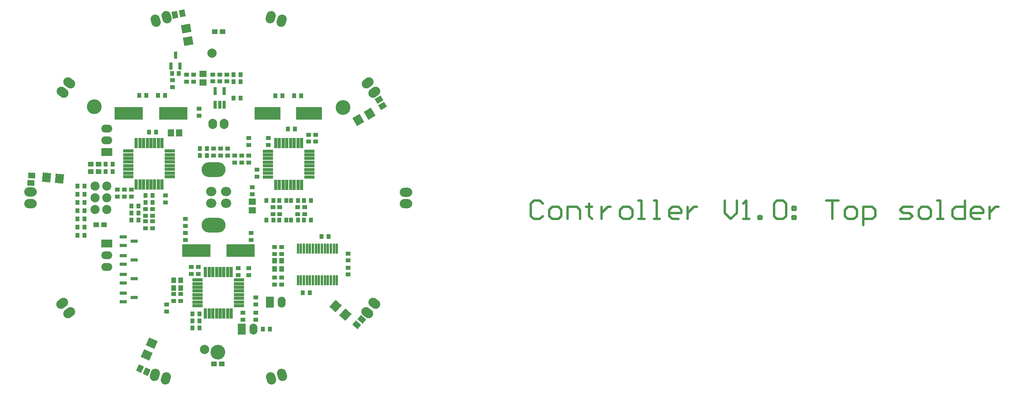
<source format=gts>
%FSLAX24Y24*%
%MOIN*%
G70*
G01*
G75*
G04 Layer_Color=8388736*
%ADD10C,0.0591*%
%ADD11C,0.0472*%
%ADD12R,0.0394X0.0354*%
%ADD13R,0.0236X0.0512*%
%ADD14R,0.0276X0.0354*%
%ADD15R,0.0354X0.0276*%
%ADD16R,0.0551X0.0472*%
%ADD17R,0.0197X0.0591*%
%ADD18R,0.0512X0.0236*%
%ADD19R,0.0354X0.0394*%
%ADD20R,0.0787X0.0177*%
%ADD21R,0.0177X0.0787*%
%ADD22R,0.2362X0.0984*%
%ADD23O,0.0138X0.0827*%
%ADD24R,0.2165X0.0984*%
%ADD25R,0.0472X0.0551*%
G04:AMPARAMS|DCode=26|XSize=70.9mil|YSize=63mil|CornerRadius=0mil|HoleSize=0mil|Usage=FLASHONLY|Rotation=336.000|XOffset=0mil|YOffset=0mil|HoleType=Round|Shape=Rectangle|*
%AMROTATEDRECTD26*
4,1,4,-0.0452,-0.0144,-0.0196,0.0432,0.0452,0.0144,0.0196,-0.0432,-0.0452,-0.0144,0.0*
%
%ADD26ROTATEDRECTD26*%

G04:AMPARAMS|DCode=27|XSize=70.9mil|YSize=63mil|CornerRadius=0mil|HoleSize=0mil|Usage=FLASHONLY|Rotation=120.000|XOffset=0mil|YOffset=0mil|HoleType=Round|Shape=Rectangle|*
%AMROTATEDRECTD27*
4,1,4,0.0450,-0.0149,-0.0096,-0.0464,-0.0450,0.0149,0.0096,0.0464,0.0450,-0.0149,0.0*
%
%ADD27ROTATEDRECTD27*%

G04:AMPARAMS|DCode=28|XSize=51.2mil|YSize=39.4mil|CornerRadius=0mil|HoleSize=0mil|Usage=FLASHONLY|Rotation=31.000|XOffset=0mil|YOffset=0mil|HoleType=Round|Shape=Rectangle|*
%AMROTATEDRECTD28*
4,1,4,-0.0118,-0.0301,-0.0321,0.0037,0.0118,0.0301,0.0321,-0.0037,-0.0118,-0.0301,0.0*
%
%ADD28ROTATEDRECTD28*%

G04:AMPARAMS|DCode=29|XSize=51.2mil|YSize=39.4mil|CornerRadius=0mil|HoleSize=0mil|Usage=FLASHONLY|Rotation=319.000|XOffset=0mil|YOffset=0mil|HoleType=Round|Shape=Rectangle|*
%AMROTATEDRECTD29*
4,1,4,-0.0322,0.0019,-0.0064,0.0316,0.0322,-0.0019,0.0064,-0.0316,-0.0322,0.0019,0.0*
%
%ADD29ROTATEDRECTD29*%

G04:AMPARAMS|DCode=30|XSize=51.2mil|YSize=39.4mil|CornerRadius=0mil|HoleSize=0mil|Usage=FLASHONLY|Rotation=101.000|XOffset=0mil|YOffset=0mil|HoleType=Round|Shape=Rectangle|*
%AMROTATEDRECTD30*
4,1,4,0.0242,-0.0214,-0.0144,-0.0289,-0.0242,0.0214,0.0144,0.0289,0.0242,-0.0214,0.0*
%
%ADD30ROTATEDRECTD30*%

G04:AMPARAMS|DCode=31|XSize=70.9mil|YSize=63mil|CornerRadius=0mil|HoleSize=0mil|Usage=FLASHONLY|Rotation=190.000|XOffset=0mil|YOffset=0mil|HoleType=Round|Shape=Rectangle|*
%AMROTATEDRECTD31*
4,1,4,0.0294,0.0372,0.0404,-0.0249,-0.0294,-0.0372,-0.0404,0.0249,0.0294,0.0372,0.0*
%
%ADD31ROTATEDRECTD31*%

G04:AMPARAMS|DCode=32|XSize=70.9mil|YSize=63mil|CornerRadius=0mil|HoleSize=0mil|Usage=FLASHONLY|Rotation=48.000|XOffset=0mil|YOffset=0mil|HoleType=Round|Shape=Rectangle|*
%AMROTATEDRECTD32*
4,1,4,-0.0003,-0.0474,-0.0471,-0.0053,0.0003,0.0474,0.0471,0.0053,-0.0003,-0.0474,0.0*
%
%ADD32ROTATEDRECTD32*%

G04:AMPARAMS|DCode=33|XSize=51.2mil|YSize=39.4mil|CornerRadius=0mil|HoleSize=0mil|Usage=FLASHONLY|Rotation=246.000|XOffset=0mil|YOffset=0mil|HoleType=Round|Shape=Rectangle|*
%AMROTATEDRECTD33*
4,1,4,-0.0076,0.0314,0.0284,0.0154,0.0076,-0.0314,-0.0284,-0.0154,-0.0076,0.0314,0.0*
%
%ADD33ROTATEDRECTD33*%

G04:AMPARAMS|DCode=34|XSize=70.9mil|YSize=63mil|CornerRadius=0mil|HoleSize=0mil|Usage=FLASHONLY|Rotation=264.000|XOffset=0mil|YOffset=0mil|HoleType=Round|Shape=Rectangle|*
%AMROTATEDRECTD34*
4,1,4,-0.0276,0.0385,0.0350,0.0319,0.0276,-0.0385,-0.0350,-0.0319,-0.0276,0.0385,0.0*
%
%ADD34ROTATEDRECTD34*%

G04:AMPARAMS|DCode=35|XSize=51.2mil|YSize=39.4mil|CornerRadius=0mil|HoleSize=0mil|Usage=FLASHONLY|Rotation=176.000|XOffset=0mil|YOffset=0mil|HoleType=Round|Shape=Rectangle|*
%AMROTATEDRECTD35*
4,1,4,0.0269,0.0179,0.0242,-0.0214,-0.0269,-0.0179,-0.0242,0.0214,0.0269,0.0179,0.0*
%
%ADD35ROTATEDRECTD35*%

%ADD36C,0.0197*%
%ADD37C,0.0177*%
%ADD38C,0.0138*%
%ADD39C,0.0118*%
%ADD40C,0.0236*%
%ADD41C,0.0394*%
%ADD42C,0.0315*%
%ADD43C,0.0276*%
%ADD44O,0.0669X0.0787*%
%ADD45O,0.0787X0.0709*%
%ADD46O,0.1969X0.1181*%
%ADD47O,0.0591X0.0866*%
%ADD48R,0.0591X0.0866*%
%ADD49C,0.0700*%
%ADD50O,0.0866X0.0591*%
%ADD51R,0.0866X0.0591*%
%ADD52C,0.1181*%
%ADD53C,0.0394*%
G04:AMPARAMS|DCode=54|XSize=70.9mil|YSize=98.4mil|CornerRadius=0mil|HoleSize=0mil|Usage=FLASHONLY|Rotation=54.000|XOffset=0mil|YOffset=0mil|HoleType=Round|Shape=Round|*
%AMOVALD54*
21,1,0.0276,0.0709,0.0000,0.0000,144.0*
1,1,0.0709,0.0111,-0.0081*
1,1,0.0709,-0.0111,0.0081*
%
%ADD54OVALD54*%

G04:AMPARAMS|DCode=55|XSize=70.9mil|YSize=98.4mil|CornerRadius=0mil|HoleSize=0mil|Usage=FLASHONLY|Rotation=126.000|XOffset=0mil|YOffset=0mil|HoleType=Round|Shape=Round|*
%AMOVALD55*
21,1,0.0276,0.0709,0.0000,0.0000,216.0*
1,1,0.0709,0.0111,0.0081*
1,1,0.0709,-0.0111,-0.0081*
%
%ADD55OVALD55*%

G04:AMPARAMS|DCode=56|XSize=70.9mil|YSize=98.4mil|CornerRadius=0mil|HoleSize=0mil|Usage=FLASHONLY|Rotation=198.000|XOffset=0mil|YOffset=0mil|HoleType=Round|Shape=Round|*
%AMOVALD56*
21,1,0.0276,0.0709,0.0000,0.0000,288.0*
1,1,0.0709,-0.0043,0.0131*
1,1,0.0709,0.0043,-0.0131*
%
%ADD56OVALD56*%

%ADD57O,0.0984X0.0709*%
G04:AMPARAMS|DCode=58|XSize=70.9mil|YSize=98.4mil|CornerRadius=0mil|HoleSize=0mil|Usage=FLASHONLY|Rotation=342.000|XOffset=0mil|YOffset=0mil|HoleType=Round|Shape=Round|*
%AMOVALD58*
21,1,0.0276,0.0709,0.0000,0.0000,72.0*
1,1,0.0709,-0.0043,-0.0131*
1,1,0.0709,0.0043,0.0131*
%
%ADD58OVALD58*%

%ADD59C,0.0472*%
%ADD60C,0.0079*%
%ADD61C,0.0098*%
%ADD62C,0.0100*%
%ADD63C,0.0787*%
%ADD64R,0.0474X0.0434*%
%ADD65R,0.0316X0.0592*%
%ADD66R,0.0356X0.0434*%
%ADD67R,0.0434X0.0356*%
%ADD68R,0.0631X0.0552*%
%ADD69R,0.0277X0.0671*%
%ADD70R,0.0592X0.0316*%
%ADD71R,0.0434X0.0474*%
%ADD72R,0.0867X0.0257*%
%ADD73R,0.0257X0.0867*%
%ADD74R,0.2442X0.1064*%
%ADD75O,0.0218X0.0907*%
%ADD76R,0.2245X0.1064*%
%ADD77R,0.0552X0.0631*%
G04:AMPARAMS|DCode=78|XSize=78.9mil|YSize=71mil|CornerRadius=0mil|HoleSize=0mil|Usage=FLASHONLY|Rotation=336.000|XOffset=0mil|YOffset=0mil|HoleType=Round|Shape=Rectangle|*
%AMROTATEDRECTD78*
4,1,4,-0.0505,-0.0164,-0.0216,0.0485,0.0505,0.0164,0.0216,-0.0485,-0.0505,-0.0164,0.0*
%
%ADD78ROTATEDRECTD78*%

G04:AMPARAMS|DCode=79|XSize=78.9mil|YSize=71mil|CornerRadius=0mil|HoleSize=0mil|Usage=FLASHONLY|Rotation=120.000|XOffset=0mil|YOffset=0mil|HoleType=Round|Shape=Rectangle|*
%AMROTATEDRECTD79*
4,1,4,0.0505,-0.0164,-0.0110,-0.0519,-0.0505,0.0164,0.0110,0.0519,0.0505,-0.0164,0.0*
%
%ADD79ROTATEDRECTD79*%

G04:AMPARAMS|DCode=80|XSize=59.2mil|YSize=47.4mil|CornerRadius=0mil|HoleSize=0mil|Usage=FLASHONLY|Rotation=31.000|XOffset=0mil|YOffset=0mil|HoleType=Round|Shape=Rectangle|*
%AMROTATEDRECTD80*
4,1,4,-0.0132,-0.0355,-0.0376,0.0051,0.0132,0.0355,0.0376,-0.0051,-0.0132,-0.0355,0.0*
%
%ADD80ROTATEDRECTD80*%

G04:AMPARAMS|DCode=81|XSize=59.2mil|YSize=47.4mil|CornerRadius=0mil|HoleSize=0mil|Usage=FLASHONLY|Rotation=319.000|XOffset=0mil|YOffset=0mil|HoleType=Round|Shape=Rectangle|*
%AMROTATEDRECTD81*
4,1,4,-0.0379,0.0015,-0.0068,0.0373,0.0379,-0.0015,0.0068,-0.0373,-0.0379,0.0015,0.0*
%
%ADD81ROTATEDRECTD81*%

G04:AMPARAMS|DCode=82|XSize=59.2mil|YSize=47.4mil|CornerRadius=0mil|HoleSize=0mil|Usage=FLASHONLY|Rotation=101.000|XOffset=0mil|YOffset=0mil|HoleType=Round|Shape=Rectangle|*
%AMROTATEDRECTD82*
4,1,4,0.0289,-0.0245,-0.0176,-0.0336,-0.0289,0.0245,0.0176,0.0336,0.0289,-0.0245,0.0*
%
%ADD82ROTATEDRECTD82*%

G04:AMPARAMS|DCode=83|XSize=78.9mil|YSize=71mil|CornerRadius=0mil|HoleSize=0mil|Usage=FLASHONLY|Rotation=190.000|XOffset=0mil|YOffset=0mil|HoleType=Round|Shape=Rectangle|*
%AMROTATEDRECTD83*
4,1,4,0.0327,0.0418,0.0450,-0.0281,-0.0327,-0.0418,-0.0450,0.0281,0.0327,0.0418,0.0*
%
%ADD83ROTATEDRECTD83*%

G04:AMPARAMS|DCode=84|XSize=78.9mil|YSize=71mil|CornerRadius=0mil|HoleSize=0mil|Usage=FLASHONLY|Rotation=48.000|XOffset=0mil|YOffset=0mil|HoleType=Round|Shape=Rectangle|*
%AMROTATEDRECTD84*
4,1,4,-0.0000,-0.0531,-0.0528,-0.0056,0.0000,0.0531,0.0528,0.0056,-0.0000,-0.0531,0.0*
%
%ADD84ROTATEDRECTD84*%

G04:AMPARAMS|DCode=85|XSize=59.2mil|YSize=47.4mil|CornerRadius=0mil|HoleSize=0mil|Usage=FLASHONLY|Rotation=246.000|XOffset=0mil|YOffset=0mil|HoleType=Round|Shape=Rectangle|*
%AMROTATEDRECTD85*
4,1,4,-0.0096,0.0367,0.0337,0.0174,0.0096,-0.0367,-0.0337,-0.0174,-0.0096,0.0367,0.0*
%
%ADD85ROTATEDRECTD85*%

G04:AMPARAMS|DCode=86|XSize=78.9mil|YSize=71mil|CornerRadius=0mil|HoleSize=0mil|Usage=FLASHONLY|Rotation=264.000|XOffset=0mil|YOffset=0mil|HoleType=Round|Shape=Rectangle|*
%AMROTATEDRECTD86*
4,1,4,-0.0312,0.0429,0.0394,0.0355,0.0312,-0.0429,-0.0394,-0.0355,-0.0312,0.0429,0.0*
%
%ADD86ROTATEDRECTD86*%

G04:AMPARAMS|DCode=87|XSize=59.2mil|YSize=47.4mil|CornerRadius=0mil|HoleSize=0mil|Usage=FLASHONLY|Rotation=176.000|XOffset=0mil|YOffset=0mil|HoleType=Round|Shape=Rectangle|*
%AMROTATEDRECTD87*
4,1,4,0.0312,0.0216,0.0279,-0.0257,-0.0312,-0.0216,-0.0279,0.0257,0.0312,0.0216,0.0*
%
%ADD87ROTATEDRECTD87*%

%ADD88O,0.0749X0.0867*%
%ADD89O,0.0867X0.0789*%
%ADD90O,0.2049X0.1261*%
%ADD91O,0.0671X0.0946*%
%ADD92R,0.0671X0.0946*%
%ADD93C,0.0780*%
%ADD94O,0.0946X0.0671*%
%ADD95R,0.0946X0.0671*%
%ADD96C,0.1261*%
%ADD97C,0.0474*%
G04:AMPARAMS|DCode=98|XSize=78.9mil|YSize=106.4mil|CornerRadius=0mil|HoleSize=0mil|Usage=FLASHONLY|Rotation=54.000|XOffset=0mil|YOffset=0mil|HoleType=Round|Shape=Round|*
%AMOVALD98*
21,1,0.0276,0.0789,0.0000,0.0000,144.0*
1,1,0.0789,0.0111,-0.0081*
1,1,0.0789,-0.0111,0.0081*
%
%ADD98OVALD98*%

G04:AMPARAMS|DCode=99|XSize=78.9mil|YSize=106.4mil|CornerRadius=0mil|HoleSize=0mil|Usage=FLASHONLY|Rotation=126.000|XOffset=0mil|YOffset=0mil|HoleType=Round|Shape=Round|*
%AMOVALD99*
21,1,0.0276,0.0789,0.0000,0.0000,216.0*
1,1,0.0789,0.0111,0.0081*
1,1,0.0789,-0.0111,-0.0081*
%
%ADD99OVALD99*%

G04:AMPARAMS|DCode=100|XSize=78.9mil|YSize=106.4mil|CornerRadius=0mil|HoleSize=0mil|Usage=FLASHONLY|Rotation=198.000|XOffset=0mil|YOffset=0mil|HoleType=Round|Shape=Round|*
%AMOVALD100*
21,1,0.0276,0.0789,0.0000,0.0000,288.0*
1,1,0.0789,-0.0043,0.0131*
1,1,0.0789,0.0043,-0.0131*
%
%ADD100OVALD100*%

%ADD101O,0.1064X0.0789*%
G04:AMPARAMS|DCode=102|XSize=78.9mil|YSize=106.4mil|CornerRadius=0mil|HoleSize=0mil|Usage=FLASHONLY|Rotation=342.000|XOffset=0mil|YOffset=0mil|HoleType=Round|Shape=Round|*
%AMOVALD102*
21,1,0.0276,0.0789,0.0000,0.0000,72.0*
1,1,0.0789,-0.0043,-0.0131*
1,1,0.0789,0.0043,0.0131*
%
%ADD102OVALD102*%

G54D36*
X27664Y-499D02*
X27401Y-237D01*
X26877D01*
X26614Y-499D01*
Y-1549D01*
X26877Y-1811D01*
X27401D01*
X27664Y-1549D01*
X28451Y-1811D02*
X28976D01*
X29238Y-1549D01*
Y-1024D01*
X28976Y-762D01*
X28451D01*
X28188Y-1024D01*
Y-1549D01*
X28451Y-1811D01*
X29763D02*
Y-762D01*
X30550D01*
X30812Y-1024D01*
Y-1811D01*
X31599Y-499D02*
Y-762D01*
X31337D01*
X31862D01*
X31599D01*
Y-1549D01*
X31862Y-1811D01*
X32649Y-762D02*
Y-1811D01*
Y-1286D01*
X32911Y-1024D01*
X33174Y-762D01*
X33436D01*
X34486Y-1811D02*
X35010D01*
X35273Y-1549D01*
Y-1024D01*
X35010Y-762D01*
X34486D01*
X34223Y-1024D01*
Y-1549D01*
X34486Y-1811D01*
X35798D02*
X36322D01*
X36060D01*
Y-237D01*
X35798D01*
X37109Y-1811D02*
X37634D01*
X37372D01*
Y-237D01*
X37109D01*
X39209Y-1811D02*
X38684D01*
X38421Y-1549D01*
Y-1024D01*
X38684Y-762D01*
X39209D01*
X39471Y-1024D01*
Y-1286D01*
X38421D01*
X39996Y-762D02*
Y-1811D01*
Y-1286D01*
X40258Y-1024D01*
X40520Y-762D01*
X40783D01*
X43144Y-237D02*
Y-1286D01*
X43669Y-1811D01*
X44194Y-1286D01*
Y-237D01*
X44719Y-1811D02*
X45243D01*
X44981D01*
Y-237D01*
X44719Y-499D01*
X46030Y-1811D02*
Y-1549D01*
X46293D01*
Y-1811D01*
X46030D01*
X47342Y-499D02*
X47605Y-237D01*
X48130D01*
X48392Y-499D01*
Y-1549D01*
X48130Y-1811D01*
X47605D01*
X47342Y-1549D01*
Y-499D01*
X48917Y-762D02*
X49179D01*
Y-1024D01*
X48917D01*
Y-762D01*
Y-1549D02*
X49179D01*
Y-1811D01*
X48917D01*
Y-1549D01*
X51803Y-237D02*
X52852D01*
X52328D01*
Y-1811D01*
X53640D02*
X54164D01*
X54427Y-1549D01*
Y-1024D01*
X54164Y-762D01*
X53640D01*
X53377Y-1024D01*
Y-1549D01*
X53640Y-1811D01*
X54951Y-2336D02*
Y-762D01*
X55739D01*
X56001Y-1024D01*
Y-1549D01*
X55739Y-1811D01*
X54951D01*
X58100D02*
X58887D01*
X59150Y-1549D01*
X58887Y-1286D01*
X58362D01*
X58100Y-1024D01*
X58362Y-762D01*
X59150D01*
X59937Y-1811D02*
X60462D01*
X60724Y-1549D01*
Y-1024D01*
X60462Y-762D01*
X59937D01*
X59674Y-1024D01*
Y-1549D01*
X59937Y-1811D01*
X61249D02*
X61773D01*
X61511D01*
Y-237D01*
X61249D01*
X63610D02*
Y-1811D01*
X62823D01*
X62561Y-1549D01*
Y-1024D01*
X62823Y-762D01*
X63610D01*
X64922Y-1811D02*
X64397D01*
X64135Y-1549D01*
Y-1024D01*
X64397Y-762D01*
X64922D01*
X65184Y-1024D01*
Y-1286D01*
X64135D01*
X65709Y-762D02*
Y-1811D01*
Y-1286D01*
X65972Y-1024D01*
X66234Y-762D01*
X66496D01*
G54D63*
X-551Y12323D02*
D03*
X-1181Y-12913D02*
D03*
G54D64*
X-369Y-14173D02*
D03*
X300D02*
D03*
X369Y14173D02*
D03*
X-300D02*
D03*
X-10869Y2874D02*
D03*
X-10200D02*
D03*
X-10869Y2244D02*
D03*
X-10200D02*
D03*
X-9731Y-2300D02*
D03*
X-10400D02*
D03*
G54D65*
X-4031Y11237D02*
D03*
X-3283D02*
D03*
X-3657Y12163D02*
D03*
G54D66*
X-3952Y10599D02*
D03*
X-3361D02*
D03*
X-6745Y8750D02*
D03*
X-6155D02*
D03*
X-4555Y8750D02*
D03*
X-5145D02*
D03*
X1305Y10500D02*
D03*
X1895D02*
D03*
X1895Y9900D02*
D03*
X1305D02*
D03*
X1895Y8500D02*
D03*
X1305D02*
D03*
X-11995Y-2500D02*
D03*
X-11405D02*
D03*
X-11995Y1000D02*
D03*
X-11405D02*
D03*
X-11405Y-3200D02*
D03*
X-11995D02*
D03*
X4395Y-11200D02*
D03*
X3805D02*
D03*
X6188Y-1900D02*
D03*
X6778D02*
D03*
X7878Y-1900D02*
D03*
X7288D02*
D03*
X7288Y-238D02*
D03*
X7878D02*
D03*
X6778Y-238D02*
D03*
X6188D02*
D03*
X-1580Y4200D02*
D03*
X-990D02*
D03*
X-990Y3600D02*
D03*
X-1580D02*
D03*
X6530Y5875D02*
D03*
X5939D02*
D03*
X4855Y8700D02*
D03*
X5445D02*
D03*
X7045Y8700D02*
D03*
X6455D02*
D03*
X5188Y-238D02*
D03*
X5778D02*
D03*
X4678Y-238D02*
D03*
X4088D02*
D03*
X4088Y-1900D02*
D03*
X4678D02*
D03*
X5778Y-1900D02*
D03*
X5188D02*
D03*
X7205Y-8100D02*
D03*
X7795D02*
D03*
X9395Y-3300D02*
D03*
X8805D02*
D03*
X-5605Y205D02*
D03*
X-6195D02*
D03*
X-5305Y5600D02*
D03*
X-5895D02*
D03*
X-6195Y-395D02*
D03*
X-5605D02*
D03*
X-1605Y-10500D02*
D03*
X-2195D02*
D03*
X-1605Y-9900D02*
D03*
X-2195D02*
D03*
X-1605Y-11100D02*
D03*
X-2195D02*
D03*
X-11995Y-400D02*
D03*
X-11405D02*
D03*
X-11995Y-1800D02*
D03*
X-11405D02*
D03*
X-6805Y-700D02*
D03*
X-7395D02*
D03*
X-11405Y-1100D02*
D03*
X-11995D02*
D03*
X-11995Y300D02*
D03*
X-11405D02*
D03*
X-6805Y-1900D02*
D03*
X-7395D02*
D03*
X-6805Y-1300D02*
D03*
X-7395D02*
D03*
X-9005Y2244D02*
D03*
X-9595D02*
D03*
X-9005Y2874D02*
D03*
X-9595D02*
D03*
G54D67*
X-3917Y9439D02*
D03*
Y10029D02*
D03*
X-2709Y10509D02*
D03*
Y9919D02*
D03*
X-2109Y9919D02*
D03*
Y10509D02*
D03*
X709Y10518D02*
D03*
Y9928D02*
D03*
X109Y10518D02*
D03*
Y9928D02*
D03*
X-491Y9928D02*
D03*
Y10518D02*
D03*
X-1654Y7005D02*
D03*
Y7595D02*
D03*
X-424Y4191D02*
D03*
Y3600D02*
D03*
X176Y4191D02*
D03*
Y3600D02*
D03*
X-3800Y-8795D02*
D03*
Y-8205D02*
D03*
X-3200Y-8795D02*
D03*
Y-8205D02*
D03*
X1700Y-6595D02*
D03*
Y-6005D02*
D03*
X2600Y-6005D02*
D03*
Y-6595D02*
D03*
X2800Y-3595D02*
D03*
Y-3005D02*
D03*
X-2800Y-3595D02*
D03*
Y-3005D02*
D03*
X-1700Y-6495D02*
D03*
Y-5905D02*
D03*
X-2300Y-5905D02*
D03*
Y-6495D02*
D03*
X2100Y-10395D02*
D03*
Y-9805D02*
D03*
X3200Y-9095D02*
D03*
Y-8505D02*
D03*
X3200Y-9805D02*
D03*
Y-10395D02*
D03*
X8294Y4788D02*
D03*
Y5379D02*
D03*
X3300Y2395D02*
D03*
Y1805D02*
D03*
X7694Y4788D02*
D03*
Y5379D02*
D03*
X2900Y305D02*
D03*
Y895D02*
D03*
X1976Y3009D02*
D03*
Y3600D02*
D03*
X2576Y3595D02*
D03*
Y3005D02*
D03*
X1376Y3009D02*
D03*
Y3600D02*
D03*
X776Y3605D02*
D03*
Y4195D02*
D03*
X4250Y4505D02*
D03*
Y5095D02*
D03*
X5215Y-805D02*
D03*
Y-1395D02*
D03*
X4650Y-805D02*
D03*
Y-1395D02*
D03*
X6750Y-805D02*
D03*
Y-1395D02*
D03*
X7341Y-805D02*
D03*
Y-1395D02*
D03*
X-8600Y105D02*
D03*
Y695D02*
D03*
X11050Y-6545D02*
D03*
Y-5955D02*
D03*
X11050Y-4755D02*
D03*
Y-5345D02*
D03*
X4782Y-4793D02*
D03*
Y-4202D02*
D03*
X5382Y-4793D02*
D03*
Y-4202D02*
D03*
X4800Y-6805D02*
D03*
Y-7395D02*
D03*
X5400Y-6805D02*
D03*
Y-7395D02*
D03*
X2600Y4505D02*
D03*
Y5095D02*
D03*
X-8000Y105D02*
D03*
Y695D02*
D03*
X-7400Y105D02*
D03*
Y695D02*
D03*
X-6200Y-2591D02*
D03*
Y-2000D02*
D03*
X-4500Y-395D02*
D03*
Y195D02*
D03*
X-6200Y-1541D02*
D03*
Y-950D02*
D03*
X-5600Y-950D02*
D03*
Y-1541D02*
D03*
X-4400Y-9695D02*
D03*
Y-9105D02*
D03*
X-5600Y-2000D02*
D03*
Y-2591D02*
D03*
X-2800Y-2395D02*
D03*
Y-1805D02*
D03*
G54D68*
X-1300Y9846D02*
D03*
Y10554D02*
D03*
X2900Y-1054D02*
D03*
Y-346D02*
D03*
G54D69*
X-265Y9113D02*
D03*
X483D02*
D03*
X-265Y7932D02*
D03*
X109D02*
D03*
X483D02*
D03*
G54D70*
X-8112Y-4926D02*
D03*
Y-5674D02*
D03*
X-7187Y-5300D02*
D03*
X-8112Y-6526D02*
D03*
Y-7274D02*
D03*
X-7187Y-6900D02*
D03*
X-8112Y-3326D02*
D03*
Y-4074D02*
D03*
X-7187Y-3700D02*
D03*
X-8112Y-8126D02*
D03*
Y-8874D02*
D03*
X-7187Y-8500D02*
D03*
G54D71*
X-3200Y-7031D02*
D03*
Y-7700D02*
D03*
X-3800Y-7031D02*
D03*
Y-7700D02*
D03*
X5382Y-5378D02*
D03*
Y-6048D02*
D03*
X4782Y-5378D02*
D03*
Y-6048D02*
D03*
G54D72*
X1772Y-6998D02*
D03*
Y-7313D02*
D03*
Y-7628D02*
D03*
Y-7943D02*
D03*
Y-8257D02*
D03*
Y-8572D02*
D03*
Y-8887D02*
D03*
Y-9202D02*
D03*
X-1772Y-6998D02*
D03*
Y-7313D02*
D03*
Y-7628D02*
D03*
Y-7943D02*
D03*
Y-8257D02*
D03*
Y-8572D02*
D03*
Y-8887D02*
D03*
Y-9202D02*
D03*
X4215Y3987D02*
D03*
Y3672D02*
D03*
Y3357D02*
D03*
Y3043D02*
D03*
Y2728D02*
D03*
Y2413D02*
D03*
Y2098D02*
D03*
Y1783D02*
D03*
X7758D02*
D03*
Y2098D02*
D03*
Y2413D02*
D03*
Y2728D02*
D03*
Y3043D02*
D03*
Y3357D02*
D03*
Y3672D02*
D03*
Y3987D02*
D03*
X-4128Y4002D02*
D03*
Y3687D02*
D03*
Y3372D02*
D03*
Y3057D02*
D03*
Y2743D02*
D03*
Y2428D02*
D03*
Y2113D02*
D03*
Y1798D02*
D03*
X-7672Y4002D02*
D03*
Y3687D02*
D03*
Y3372D02*
D03*
Y3057D02*
D03*
Y2743D02*
D03*
Y2428D02*
D03*
Y2113D02*
D03*
Y1798D02*
D03*
G54D73*
X1102Y-6328D02*
D03*
X787D02*
D03*
X472D02*
D03*
X157D02*
D03*
X-157D02*
D03*
X-472D02*
D03*
X-787D02*
D03*
X-1102D02*
D03*
Y-9872D02*
D03*
X-787D02*
D03*
X-472D02*
D03*
X-157D02*
D03*
X157D02*
D03*
X472D02*
D03*
X787D02*
D03*
X1102D02*
D03*
X4884Y4657D02*
D03*
X5199D02*
D03*
X5514D02*
D03*
X5829D02*
D03*
X6144D02*
D03*
X6459D02*
D03*
X6774D02*
D03*
X7089D02*
D03*
X4884Y1113D02*
D03*
X5199D02*
D03*
X5514D02*
D03*
X5829D02*
D03*
X6144D02*
D03*
X6459D02*
D03*
X6774D02*
D03*
X7089D02*
D03*
X-4798Y4672D02*
D03*
X-5113D02*
D03*
X-5428D02*
D03*
X-5743D02*
D03*
X-6057D02*
D03*
X-6372D02*
D03*
X-6687D02*
D03*
X-7002D02*
D03*
Y1128D02*
D03*
X-6687D02*
D03*
X-6372D02*
D03*
X-6057D02*
D03*
X-5743D02*
D03*
X-5428D02*
D03*
X-5113D02*
D03*
X-4798D02*
D03*
G54D74*
X-1890Y-4500D02*
D03*
X1890D02*
D03*
X-7640Y7200D02*
D03*
X-3860D02*
D03*
G54D75*
X6776Y-7033D02*
D03*
X7031D02*
D03*
X7287D02*
D03*
X7543D02*
D03*
X7799D02*
D03*
X8055D02*
D03*
X8311D02*
D03*
X8567D02*
D03*
X8823D02*
D03*
X9079D02*
D03*
X9335D02*
D03*
X9591D02*
D03*
X9846D02*
D03*
X10102D02*
D03*
X6776Y-4316D02*
D03*
X7031D02*
D03*
X7287D02*
D03*
X7543D02*
D03*
X7799D02*
D03*
X8055D02*
D03*
X8311D02*
D03*
X8567D02*
D03*
X8823D02*
D03*
X9079D02*
D03*
X9335D02*
D03*
X9591D02*
D03*
X9846D02*
D03*
X10102D02*
D03*
G54D76*
X4178Y7200D02*
D03*
X7722D02*
D03*
G54D77*
X-4054Y5550D02*
D03*
X-3346D02*
D03*
G54D78*
X-5676Y-12396D02*
D03*
X-6124Y-13404D02*
D03*
G54D79*
X11923Y6624D02*
D03*
X12877Y7176D02*
D03*
G54D80*
X14002Y7830D02*
D03*
X13677Y8370D02*
D03*
G54D81*
X11793Y-10838D02*
D03*
X12207Y-10362D02*
D03*
G54D82*
X-3091Y15729D02*
D03*
X-3709Y15609D02*
D03*
G54D83*
X-2565Y13357D02*
D03*
X-2756Y14443D02*
D03*
G54D84*
X9990Y-9231D02*
D03*
X10810Y-9969D02*
D03*
G54D85*
X-6688Y-14557D02*
D03*
X-6112Y-14813D02*
D03*
G54D86*
X-13552Y1635D02*
D03*
X-14648Y1751D02*
D03*
G54D87*
X-15917Y1914D02*
D03*
X-15961Y1286D02*
D03*
G54D88*
X-492Y6300D02*
D03*
X492D02*
D03*
G54D89*
X-616Y-450D02*
D03*
Y534D02*
D03*
X644D02*
D03*
Y-450D02*
D03*
G54D90*
X-423Y-2328D02*
D03*
Y2412D02*
D03*
G54D91*
X5400Y-8900D02*
D03*
X3000Y-11200D02*
D03*
G54D92*
X4400Y-8900D02*
D03*
X2000Y-11200D02*
D03*
G54D93*
X-9500Y-1000D02*
D03*
Y0D02*
D03*
Y1000D02*
D03*
X-10500D02*
D03*
Y0D02*
D03*
Y-1000D02*
D03*
G54D94*
X-9500Y5900D02*
D03*
Y4900D02*
D03*
Y-5900D02*
D03*
Y-4900D02*
D03*
G54D95*
Y3900D02*
D03*
Y-3900D02*
D03*
G54D96*
X-39Y-13150D02*
D03*
X10630Y7717D02*
D03*
X-10591Y7756D02*
D03*
G54D97*
X-551Y12323D02*
D03*
X-1181Y-12913D02*
D03*
G54D98*
X-12700Y9800D02*
D03*
X-13279Y9004D02*
D03*
X12700Y-9800D02*
D03*
X13279Y-9004D02*
D03*
G54D99*
X-12721Y-9796D02*
D03*
X-13300Y-9000D02*
D03*
X12721Y9796D02*
D03*
X13300Y9000D02*
D03*
G54D100*
X4500Y-15400D02*
D03*
X5436Y-15096D02*
D03*
X-5336Y15096D02*
D03*
X-4400Y15400D02*
D03*
G54D101*
X16000Y484D02*
D03*
Y-500D02*
D03*
X-16000Y500D02*
D03*
Y-484D02*
D03*
G54D102*
X5400Y15100D02*
D03*
X4464Y15404D02*
D03*
X-4464Y-15404D02*
D03*
X-5400Y-15100D02*
D03*
M02*

</source>
